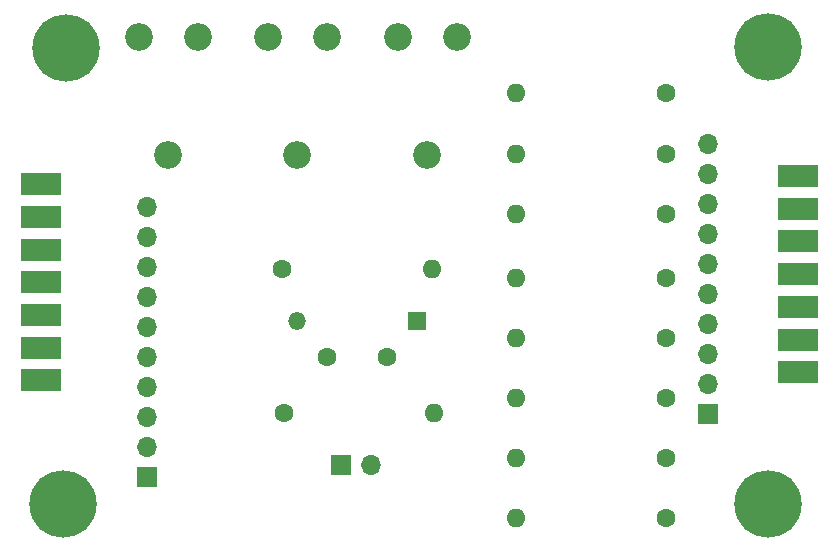
<source format=gbr>
%TF.GenerationSoftware,KiCad,Pcbnew,7.0.8*%
%TF.CreationDate,2026-01-30T16:34:38+01:00*%
%TF.ProjectId,taxanRGB,74617861-6e52-4474-922e-6b696361645f,rev?*%
%TF.SameCoordinates,Original*%
%TF.FileFunction,Soldermask,Bot*%
%TF.FilePolarity,Negative*%
%FSLAX46Y46*%
G04 Gerber Fmt 4.6, Leading zero omitted, Abs format (unit mm)*
G04 Created by KiCad (PCBNEW 7.0.8) date 2026-01-30 16:34:38*
%MOMM*%
%LPD*%
G01*
G04 APERTURE LIST*
%ADD10C,2.340000*%
%ADD11R,3.480000X1.846667*%
%ADD12C,1.600000*%
%ADD13O,1.600000X1.600000*%
%ADD14C,5.700000*%
%ADD15R,1.500000X1.500000*%
%ADD16O,1.500000X1.500000*%
%ADD17R,1.700000X1.700000*%
%ADD18O,1.700000X1.700000*%
G04 APERTURE END LIST*
D10*
%TO.C,AB1*%
X65151000Y-22686000D03*
X67651000Y-32686000D03*
X70151000Y-22686000D03*
%TD*%
%TO.C,AG1*%
X54182000Y-22686000D03*
X56682000Y-32686000D03*
X59182000Y-22686000D03*
%TD*%
%TO.C,AR1*%
X43260000Y-22686000D03*
X45760000Y-32686000D03*
X48260000Y-22686000D03*
%TD*%
D11*
%TO.C,J2*%
X34925000Y-51746805D03*
X34925000Y-48976805D03*
X34925000Y-46206805D03*
X34925000Y-43436805D03*
X34925000Y-40666805D03*
X34925000Y-37896805D03*
X34925000Y-35126805D03*
%TD*%
D12*
%TO.C,C1*%
X64222000Y-49784000D03*
X59222000Y-49784000D03*
%TD*%
%TO.C,R1*%
X55372000Y-42291000D03*
D13*
X68072000Y-42291000D03*
%TD*%
D12*
%TO.C,R6*%
X87884000Y-43053000D03*
D13*
X75184000Y-43053000D03*
%TD*%
D14*
%TO.C,REF\u002A\u002A*%
X96520000Y-23495000D03*
%TD*%
%TO.C,REF\u002A\u002A*%
X96520000Y-62230000D03*
%TD*%
D15*
%TO.C,D1*%
X66802000Y-46736000D03*
D16*
X56642000Y-46736000D03*
%TD*%
D11*
%TO.C,J1*%
X99060000Y-34441000D03*
X99060000Y-37211000D03*
X99060000Y-39981000D03*
X99060000Y-42751000D03*
X99060000Y-45521000D03*
X99060000Y-48291000D03*
X99060000Y-51061000D03*
%TD*%
D12*
%TO.C,R3*%
X87884000Y-58293000D03*
D13*
X75184000Y-58293000D03*
%TD*%
D12*
%TO.C,R5*%
X87884000Y-37639805D03*
D13*
X75184000Y-37639805D03*
%TD*%
D12*
%TO.C,R10*%
X55499000Y-54483000D03*
D13*
X68199000Y-54483000D03*
%TD*%
D17*
%TO.C,J5*%
X60325000Y-58928000D03*
D18*
X62865000Y-58928000D03*
%TD*%
D12*
%TO.C,R7*%
X87884000Y-27432000D03*
D13*
X75184000Y-27432000D03*
%TD*%
D14*
%TO.C,REF\u002A\u002A*%
X37084000Y-23622000D03*
%TD*%
D17*
%TO.C,J3*%
X43942000Y-59944000D03*
D18*
X43942000Y-57404000D03*
X43942000Y-54864000D03*
X43942000Y-52324000D03*
X43942000Y-49784000D03*
X43942000Y-47244000D03*
X43942000Y-44704000D03*
X43942000Y-42164000D03*
X43942000Y-39624000D03*
X43942000Y-37084000D03*
%TD*%
D12*
%TO.C,R4*%
X87884000Y-32559805D03*
D13*
X75184000Y-32559805D03*
%TD*%
D12*
%TO.C,R9*%
X87884000Y-48133000D03*
D13*
X75184000Y-48133000D03*
%TD*%
D17*
%TO.C,J4*%
X91440000Y-54610000D03*
D18*
X91440000Y-52070000D03*
X91440000Y-49530000D03*
X91440000Y-46990000D03*
X91440000Y-44450000D03*
X91440000Y-41910000D03*
X91440000Y-39370000D03*
X91440000Y-36830000D03*
X91440000Y-34290000D03*
X91440000Y-31750000D03*
%TD*%
D12*
%TO.C,R2*%
X87884000Y-63373000D03*
D13*
X75184000Y-63373000D03*
%TD*%
D12*
%TO.C,R8*%
X87884000Y-53213000D03*
D13*
X75184000Y-53213000D03*
%TD*%
D14*
%TO.C,REF\u002A\u002A*%
X36830000Y-62230000D03*
%TD*%
M02*

</source>
